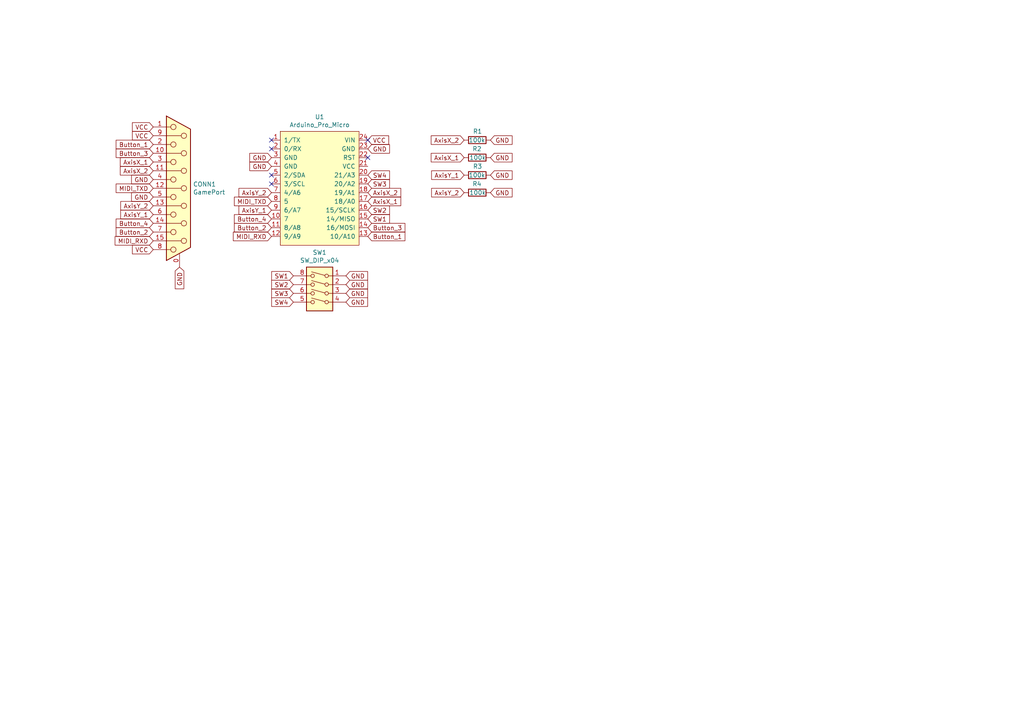
<source format=kicad_sch>
(kicad_sch (version 20211123) (generator eeschema)
  (paper "A4")
  (title_block (title "GamePort Adapter") (date "2021-03-12") (rev "0.2") (company "Necroware") (comment 1 "by Scorp"))
  (lib_symbols
    (symbol "Connector:DB15_Female_MountingHoles" (pin_names (offset 1.016) hide)
      (property "Reference" "J" (at 0 24.13 0))
      (property "Value" "DB15_Female_MountingHoles" (at 0 22.225 0))
      (symbol "DB15_Female_MountingHoles_0_1"
        (circle (center -1.778 -17.78) (radius 0.762))
        (circle (center -1.778 -12.7) (radius 0.762))
        (circle (center -1.778 -7.62) (radius 0.762))
        (circle (center -1.778 -2.54) (radius 0.762))
        (circle (center -1.778 2.54) (radius 0.762))
        (circle (center -1.778 7.62) (radius 0.762))
        (circle (center -1.778 12.7) (radius 0.762))
        (circle (center -1.778 17.78) (radius 0.762))
        (polyline (pts (xy -3.81 -17.78) (xy -2.54 -17.78)))
        (polyline (pts (xy -3.81 -15.24) (xy 0.508 -15.24)))
        (polyline (pts (xy -3.81 -12.7) (xy -2.54 -12.7)))
        (polyline (pts (xy -3.81 -10.16) (xy 0.508 -10.16)))
        (polyline (pts (xy -3.81 -7.62) (xy -2.54 -7.62)))
        (polyline (pts (xy -3.81 -5.08) (xy 0.508 -5.08)))
        (polyline (pts (xy -3.81 -2.54) (xy -2.54 -2.54)))
        (polyline (pts (xy -3.81 0) (xy 0.508 0)))
        (polyline (pts (xy -3.81 2.54) (xy -2.54 2.54)))
        (polyline (pts (xy -3.81 5.08) (xy 0.508 5.08)))
        (polyline (pts (xy -3.81 7.62) (xy -2.54 7.62)))
        (polyline (pts (xy -3.81 10.16) (xy 0.508 10.16)))
        (polyline (pts (xy -3.81 12.7) (xy -2.54 12.7)))
        (polyline (pts (xy -3.81 15.24) (xy 0.508 15.24)))
        (polyline (pts (xy -3.81 17.78) (xy -2.54 17.78)))
        (polyline (pts (xy -3.81 20.955) (xy 3.175 17.145) (xy 3.175 -17.145) (xy -3.81 -20.955) (xy -3.81 20.955)) (stroke (width 0.254)) (fill (type background)))
        (circle (center 1.27 -15.24) (radius 0.762))
        (circle (center 1.27 -10.16) (radius 0.762))
        (circle (center 1.27 -5.08) (radius 0.762))
        (circle (center 1.27 0) (radius 0.762))
        (circle (center 1.27 5.08) (radius 0.762))
        (circle (center 1.27 10.16) (radius 0.762))
        (circle (center 1.27 15.24) (radius 0.762))
      )
      (symbol "DB15_Female_MountingHoles_1_1"
        (pin passive line (at 0 -22.86 90) (length 3.81) (name "PAD") (number "0"))
        (pin passive line (at -7.62 17.78 0) (length 3.81) (name "1") (number "1"))
        (pin passive line (at -7.62 10.16 0) (length 3.81) (name "P10") (number "10"))
        (pin passive line (at -7.62 5.08 0) (length 3.81) (name "P111") (number "11"))
        (pin passive line (at -7.62 0 0) (length 3.81) (name "P12") (number "12"))
        (pin passive line (at -7.62 -5.08 0) (length 3.81) (name "P13") (number "13"))
        (pin passive line (at -7.62 -10.16 0) (length 3.81) (name "P14") (number "14"))
        (pin passive line (at -7.62 -15.24 0) (length 3.81) (name "P15") (number "15"))
        (pin passive line (at -7.62 12.7 0) (length 3.81) (name "2") (number "2"))
        (pin passive line (at -7.62 7.62 0) (length 3.81) (name "3") (number "3"))
        (pin passive line (at -7.62 2.54 0) (length 3.81) (name "4") (number "4"))
        (pin passive line (at -7.62 -2.54 0) (length 3.81) (name "5") (number "5"))
        (pin passive line (at -7.62 -7.62 0) (length 3.81) (name "6") (number "6"))
        (pin passive line (at -7.62 -12.7 0) (length 3.81) (name "7") (number "7"))
        (pin passive line (at -7.62 -17.78 0) (length 3.81) (name "8") (number "8"))
        (pin passive line (at -7.62 15.24 0) (length 3.81) (name "P9") (number "9"))
      )
    )
    (symbol "Device:R" (pin_numbers hide) (pin_names (offset 0))
      (property "Reference" "R" (at 2.032 0 90))
      (property "Value" "R" (at 0 0 90))
      (symbol "R_0_1"
        (rectangle (start -1.016 -2.54) (end 1.016 2.54) (stroke (width 0.254)))
      )
      (symbol "R_1_1"
        (pin passive line (at 0 3.81 270) (length 1.27) (name "~") (number "1"))
        (pin passive line (at 0 -3.81 90) (length 1.27) (name "~") (number "2"))
      )
    )
    (symbol "Necroware:Arduino_Pro_Micro" (pin_names (offset 1.016))
      (property "Reference" "U" (at 13.97 -1.27 0))
      (property "Value" "Arduino_Pro_Micro" (at 13.97 -17.78 90))
      (symbol "Arduino_Pro_Micro_0_1"
        (rectangle (start 2.54 -2.54) (end 25.4 -35.56) (fill (type background)))
      )
      (symbol "Arduino_Pro_Micro_1_1"
        (pin bidirectional line (at 0 -5.08 0) (length 2.54) (name "1/TX") (number "1"))
        (pin bidirectional line (at 0 -27.94 0) (length 2.54) (name "7") (number "10"))
        (pin bidirectional line (at 0 -30.48 0) (length 2.54) (name "8/A8") (number "11"))
        (pin bidirectional line (at 0 -33.02 0) (length 2.54) (name "9/A9") (number "12"))
        (pin bidirectional line (at 27.94 -33.02 180) (length 2.54) (name "10/A10") (number "13"))
        (pin bidirectional line (at 27.94 -30.48 180) (length 2.54) (name "16/MOSI") (number "14"))
        (pin bidirectional line (at 27.94 -27.94 180) (length 2.54) (name "14/MISO") (number "15"))
        (pin bidirectional line (at 27.94 -25.4 180) (length 2.54) (name "15/SCLK") (number "16"))
        (pin bidirectional line (at 27.94 -22.86 180) (length 2.54) (name "18/A0") (number "17"))
        (pin bidirectional line (at 27.94 -20.32 180) (length 2.54) (name "19/A1") (number "18"))
        (pin bidirectional line (at 27.94 -17.78 180) (length 2.54) (name "20/A2") (number "19"))
        (pin bidirectional line (at 0 -7.62 0) (length 2.54) (name "0/RX") (number "2"))
        (pin bidirectional line (at 27.94 -15.24 180) (length 2.54) (name "21/A3") (number "20"))
        (pin bidirectional line (at 27.94 -12.7 180) (length 2.54) (name "VCC") (number "21"))
        (pin bidirectional line (at 27.94 -10.16 180) (length 2.54) (name "RST") (number "22"))
        (pin bidirectional line (at 27.94 -7.62 180) (length 2.54) (name "GND") (number "23"))
        (pin bidirectional line (at 27.94 -5.08 180) (length 2.54) (name "VIN") (number "24"))
        (pin bidirectional line (at 0 -10.16 0) (length 2.54) (name "GND") (number "3"))
        (pin bidirectional line (at 0 -12.7 0) (length 2.54) (name "GND") (number "4"))
        (pin bidirectional line (at 0 -15.24 0) (length 2.54) (name "2/SDA") (number "5"))
        (pin bidirectional line (at 0 -17.78 0) (length 2.54) (name "3/SCL") (number "6"))
        (pin bidirectional line (at 0 -20.32 0) (length 2.54) (name "4/A6") (number "7"))
        (pin bidirectional line (at 0 -22.86 0) (length 2.54) (name "5") (number "8"))
        (pin bidirectional line (at 0 -25.4 0) (length 2.54) (name "6/A7") (number "9"))
      )
    )
    (symbol "Switch:SW_DIP_x04" (pin_names (offset 0) hide)
      (property "Reference" "SW" (at 0 8.89 0))
      (property "Value" "SW_DIP_x04" (at 0 -6.35 0))
      (symbol "SW_DIP_x04_0_0"
        (circle (center -2.032 -2.54) (radius 0.508))
        (circle (center -2.032 0) (radius 0.508))
        (circle (center -2.032 2.54) (radius 0.508))
        (circle (center -2.032 5.08) (radius 0.508))
        (polyline (pts (xy -1.524 -2.3876) (xy 2.3622 -1.3462)))
        (polyline (pts (xy -1.524 0.127) (xy 2.3622 1.1684)))
        (polyline (pts (xy -1.524 2.667) (xy 2.3622 3.7084)))
        (polyline (pts (xy -1.524 5.207) (xy 2.3622 6.2484)))
        (circle (center 2.032 -2.54) (radius 0.508))
        (circle (center 2.032 0) (radius 0.508))
        (circle (center 2.032 2.54) (radius 0.508))
        (circle (center 2.032 5.08) (radius 0.508))
      )
      (symbol "SW_DIP_x04_0_1"
        (rectangle (start -3.81 7.62) (end 3.81 -5.08) (stroke (width 0.254)) (fill (type background)))
      )
      (symbol "SW_DIP_x04_1_1"
        (pin passive line (at -7.62 5.08 0) (length 5.08) (name "~") (number "1"))
        (pin passive line (at -7.62 2.54 0) (length 5.08) (name "~") (number "2"))
        (pin passive line (at -7.62 0 0) (length 5.08) (name "~") (number "3"))
        (pin passive line (at -7.62 -2.54 0) (length 5.08) (name "~") (number "4"))
        (pin passive line (at 7.62 -2.54 180) (length 5.08) (name "~") (number "5"))
        (pin passive line (at 7.62 0 180) (length 5.08) (name "~") (number "6"))
        (pin passive line (at 7.62 2.54 180) (length 5.08) (name "~") (number "7"))
        (pin passive line (at 7.62 5.08 180) (length 5.08) (name "~") (number "8"))
      )
    )
  )
  (no_connect (at 78.74 43.18))
  (no_connect (at 78.74 50.8))
  (no_connect (at 78.74 40.64))
  (no_connect (at 106.68 45.72))
  (no_connect (at 78.74 53.34))
  (no_connect (at 106.68 40.64))
  (global_label "SW3" (shape input) (at 85.09 85.09 180) (property "Intersheet References" "${INTERSHEET_REFS}" (effects hide)))
  (global_label "VCC" (shape input) (at 44.45 39.37 180) (property "Intersheet References" "${INTERSHEET_REFS}" (effects hide)))
  (global_label "GND" (shape input) (at 142.24 45.72 0) (property "Intersheet References" "${INTERSHEET_REFS}" (effects hide)))
  (global_label "AxisY_2" (shape input) (at 78.74 55.88 180) (property "Intersheet References" "${INTERSHEET_REFS}" (effects hide)))
  (global_label "AxisX_1" (shape input) (at 134.62 45.72 180) (property "Intersheet References" "${INTERSHEET_REFS}" (effects hide)))
  (global_label "SW4" (shape input) (at 106.68 50.8 0) (property "Intersheet References" "${INTERSHEET_REFS}" (effects hide)))
  (global_label "GND" (shape input) (at 100.33 85.09 0) (property "Intersheet References" "${INTERSHEET_REFS}" (effects hide)))
  (global_label "Button_3" (shape input) (at 106.68 66.04 0) (property "Intersheet References" "${INTERSHEET_REFS}" (effects hide)))
  (global_label "GND" (shape input) (at 78.74 45.72 180) (property "Intersheet References" "${INTERSHEET_REFS}" (effects hide)))
  (global_label "AxisX_1" (shape input) (at 44.45 46.99 180) (property "Intersheet References" "${INTERSHEET_REFS}" (effects hide)))
  (global_label "GND" (shape input) (at 100.33 80.01 0) (property "Intersheet References" "${INTERSHEET_REFS}" (effects hide)))
  (global_label "Button_1" (shape input) (at 44.45 41.91 180) (property "Intersheet References" "${INTERSHEET_REFS}" (effects hide)))
  (global_label "MIDI_TXD" (shape input) (at 78.74 58.42 180) (property "Intersheet References" "${INTERSHEET_REFS}" (effects hide)))
  (global_label "GND" (shape input) (at 52.07 77.47 270) (property "Intersheet References" "${INTERSHEET_REFS}" (effects hide)))
  (global_label "AxisY_1" (shape input) (at 78.74 60.96 180) (property "Intersheet References" "${INTERSHEET_REFS}" (effects hide)))
  (global_label "SW4" (shape input) (at 85.09 87.63 180) (property "Intersheet References" "${INTERSHEET_REFS}" (effects hide)))
  (global_label "AxisX_1" (shape input) (at 106.68 58.42 0) (property "Intersheet References" "${INTERSHEET_REFS}" (effects hide)))
  (global_label "AxisY_1" (shape input) (at 44.45 62.23 180) (property "Intersheet References" "${INTERSHEET_REFS}" (effects hide)))
  (global_label "Button_2" (shape input) (at 44.45 67.31 180) (property "Intersheet References" "${INTERSHEET_REFS}" (effects hide)))
  (global_label "AxisY_2" (shape input) (at 134.62 55.88 180) (property "Intersheet References" "${INTERSHEET_REFS}" (effects hide)))
  (global_label "SW1" (shape input) (at 106.68 63.5 0) (property "Intersheet References" "${INTERSHEET_REFS}" (effects hide)))
  (global_label "SW2" (shape input) (at 106.68 60.96 0) (property "Intersheet References" "${INTERSHEET_REFS}" (effects hide)))
  (global_label "AxisY_1" (shape input) (at 134.62 50.8 180) (property "Intersheet References" "${INTERSHEET_REFS}" (effects hide)))
  (global_label "AxisY_2" (shape input) (at 44.45 59.69 180) (property "Intersheet References" "${INTERSHEET_REFS}" (effects hide)))
  (global_label "VCC" (shape input) (at 44.45 72.39 180) (property "Intersheet References" "${INTERSHEET_REFS}" (effects hide)))
  (global_label "GND" (shape input) (at 142.24 40.64 0) (property "Intersheet References" "${INTERSHEET_REFS}" (effects hide)))
  (global_label "GND" (shape input) (at 78.74 48.26 180) (property "Intersheet References" "${INTERSHEET_REFS}" (effects hide)))
  (global_label "GND" (shape input) (at 44.45 52.07 180) (property "Intersheet References" "${INTERSHEET_REFS}" (effects hide)))
  (global_label "Button_3" (shape input) (at 44.45 44.45 180) (property "Intersheet References" "${INTERSHEET_REFS}" (effects hide)))
  (global_label "GND" (shape input) (at 142.24 55.88 0) (property "Intersheet References" "${INTERSHEET_REFS}" (effects hide)))
  (global_label "VCC" (shape input) (at 44.45 36.83 180) (property "Intersheet References" "${INTERSHEET_REFS}" (effects hide)))
  (global_label "Button_1" (shape input) (at 106.68 68.58 0) (property "Intersheet References" "${INTERSHEET_REFS}" (effects hide)))
  (global_label "GND" (shape input) (at 142.24 50.8 0) (property "Intersheet References" "${INTERSHEET_REFS}" (effects hide)))
  (global_label "VCC" (shape input) (at 106.68 40.64 0) (property "Intersheet References" "${INTERSHEET_REFS}" (effects hide)))
  (global_label "MIDI_TXD" (shape input) (at 44.45 54.61 180) (property "Intersheet References" "${INTERSHEET_REFS}" (effects hide)))
  (global_label "AxisX_2" (shape input) (at 44.45 49.53 180) (property "Intersheet References" "${INTERSHEET_REFS}" (effects hide)))
  (global_label "GND" (shape input) (at 100.33 87.63 0) (property "Intersheet References" "${INTERSHEET_REFS}" (effects hide)))
  (global_label "Button_4" (shape input) (at 44.45 64.77 180) (property "Intersheet References" "${INTERSHEET_REFS}" (effects hide)))
  (global_label "Button_4" (shape input) (at 78.74 63.5 180) (property "Intersheet References" "${INTERSHEET_REFS}" (effects hide)))
  (global_label "AxisX_2" (shape input) (at 106.68 55.88 0) (property "Intersheet References" "${INTERSHEET_REFS}" (effects hide)))
  (global_label "SW1" (shape input) (at 85.09 80.01 180) (property "Intersheet References" "${INTERSHEET_REFS}" (effects hide)))
  (global_label "MIDI_RXD" (shape input) (at 44.45 69.85 180) (property "Intersheet References" "${INTERSHEET_REFS}" (effects hide)))
  (global_label "GND" (shape input) (at 44.45 57.15 180) (property "Intersheet References" "${INTERSHEET_REFS}" (effects hide)))
  (global_label "GND" (shape input) (at 100.33 82.55 0) (property "Intersheet References" "${INTERSHEET_REFS}" (effects hide)))
  (global_label "SW2" (shape input) (at 85.09 82.55 180) (property "Intersheet References" "${INTERSHEET_REFS}" (effects hide)))
  (global_label "GND" (shape input) (at 106.68 43.18 0) (property "Intersheet References" "${INTERSHEET_REFS}" (effects hide)))
  (global_label "MIDI_RXD" (shape input) (at 78.74 68.58 180) (property "Intersheet References" "${INTERSHEET_REFS}" (effects hide)))
  (global_label "AxisX_2" (shape input) (at 134.62 40.64 180) (property "Intersheet References" "${INTERSHEET_REFS}" (effects hide)))
  (global_label "SW3" (shape input) (at 106.68 53.34 0) (property "Intersheet References" "${INTERSHEET_REFS}" (effects hide)))
  (global_label "Button_2" (shape input) (at 78.74 66.04 180) (property "Intersheet References" "${INTERSHEET_REFS}" (effects hide)))
  (symbol (lib_id "Connector:DB15_Female_MountingHoles") (at 52.07 54.61 0) (unit 1)
    (property "Reference" "CONN1" (at 55.9816 53.4416 0) (effects (justify left)))
    (property "Value" "GamePort" (at 55.9816 55.753 0) (effects (justify left)))
    (property "Footprint" "Connector_Dsub:DSUB-15_Female_Horizontal_P2.77x2.84mm_EdgePinOffset7.70mm_Housed_MountingHolesOffset9.12mm" (effects hide))
    (property "Datasheet" " ~" (effects hide))
    (property "LCSC" "C77835" (effects hide))
  )
  (symbol (lib_id "Necroware:Arduino_Pro_Micro") (at 78.74 35.56 0) (unit 1)
    (property "Reference" "U1" (at 92.71 33.909 0))
    (property "Value" "Arduino_Pro_Micro" (at 92.71 36.2204 0))
    (property "Footprint" "Package_DIP:DIP-24_W15.24mm_Socket" (effects hide))
    (property "LCSC" "C72120" (effects hide))
  )
  (symbol (lib_id "Switch:SW_DIP_x04") (at 92.71 85.09 0) (mirror y) (unit 1)
    (property "Reference" "SW1" (at 92.71 73.2282 0))
    (property "Value" "SW_DIP_x04" (at 92.71 75.5396 0))
    (property "Footprint" "Button_Switch_THT:SW_DIP_SPSTx04_Slide_9.78x12.34mm_W7.62mm_P2.54mm" (effects hide))
    (property "LCSC" "C15781" (effects hide))
  )
  (symbol (lib_id "Device:R") (at 138.43 40.64 90) (unit 1)
    (property "Reference" "R1" (at 137.16 38.1 90) (effects (justify right)))
    (property "Value" "100k" (at 135.89 40.64 90) (effects (justify right)))
    (property "Footprint" "Resistor_THT:R_Axial_DIN0204_L3.6mm_D1.6mm_P7.62mm_Horizontal" (effects hide))
    (property "LCSC" "C172965" (effects hide))
  )
  (symbol (lib_id "Device:R") (at 138.43 45.72 270) (unit 1)
    (property "Reference" "R2" (at 139.7 43.18 90) (effects (justify right)))
    (property "Value" "100k" (at 140.97 45.72 90) (effects (justify right)))
    (property "Footprint" "Resistor_THT:R_Axial_DIN0204_L3.6mm_D1.6mm_P7.62mm_Horizontal" (effects hide))
    (property "LCSC" "C172965" (effects hide))
  )
  (symbol (lib_id "Device:R") (at 138.43 50.8 90) (unit 1)
    (property "Reference" "R3" (at 137.16 48.26 90) (effects (justify right)))
    (property "Value" "100k" (at 135.89 50.8 90) (effects (justify right)))
    (property "Footprint" "Resistor_THT:R_Axial_DIN0204_L3.6mm_D1.6mm_P7.62mm_Horizontal" (effects hide))
    (property "LCSC" "C172965" (effects hide))
  )
  (symbol (lib_id "Device:R") (at 138.43 55.88 270) (unit 1)
    (property "Reference" "R4" (at 139.7 53.34 90) (effects (justify right)))
    (property "Value" "100k" (at 140.97 55.88 90) (effects (justify right)))
    (property "Footprint" "Resistor_THT:R_Axial_DIN0204_L3.6mm_D1.6mm_P7.62mm_Horizontal" (effects hide))
    (property "LCSC" "C172965" (effects hide))
  )
)
</source>
